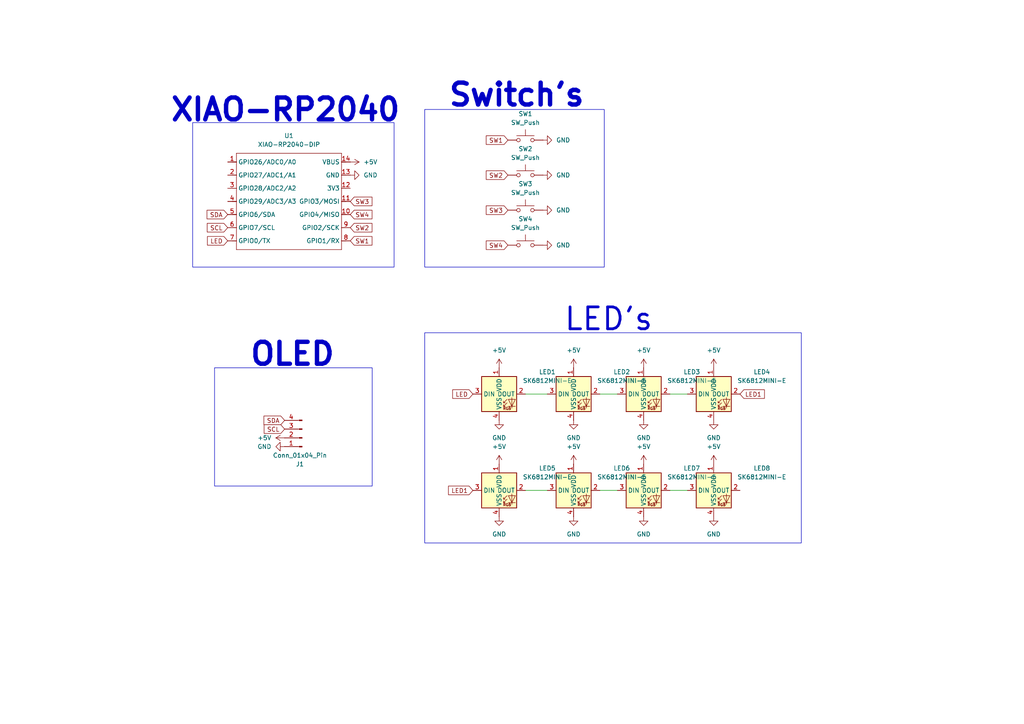
<source format=kicad_sch>
(kicad_sch
	(version 20250114)
	(generator "eeschema")
	(generator_version "9.0")
	(uuid "a6ff42c2-c6e5-4943-8a78-a26679b14e5b")
	(paper "A4")
	(lib_symbols
		(symbol "Connector:Conn_01x04_Pin"
			(pin_names
				(offset 1.016)
				(hide yes)
			)
			(exclude_from_sim no)
			(in_bom yes)
			(on_board yes)
			(property "Reference" "J"
				(at 0 5.08 0)
				(effects
					(font
						(size 1.27 1.27)
					)
				)
			)
			(property "Value" "Conn_01x04_Pin"
				(at 0 -7.62 0)
				(effects
					(font
						(size 1.27 1.27)
					)
				)
			)
			(property "Footprint" ""
				(at 0 0 0)
				(effects
					(font
						(size 1.27 1.27)
					)
					(hide yes)
				)
			)
			(property "Datasheet" "~"
				(at 0 0 0)
				(effects
					(font
						(size 1.27 1.27)
					)
					(hide yes)
				)
			)
			(property "Description" "Generic connector, single row, 01x04, script generated"
				(at 0 0 0)
				(effects
					(font
						(size 1.27 1.27)
					)
					(hide yes)
				)
			)
			(property "ki_locked" ""
				(at 0 0 0)
				(effects
					(font
						(size 1.27 1.27)
					)
				)
			)
			(property "ki_keywords" "connector"
				(at 0 0 0)
				(effects
					(font
						(size 1.27 1.27)
					)
					(hide yes)
				)
			)
			(property "ki_fp_filters" "Connector*:*_1x??_*"
				(at 0 0 0)
				(effects
					(font
						(size 1.27 1.27)
					)
					(hide yes)
				)
			)
			(symbol "Conn_01x04_Pin_1_1"
				(rectangle
					(start 0.8636 2.667)
					(end 0 2.413)
					(stroke
						(width 0.1524)
						(type default)
					)
					(fill
						(type outline)
					)
				)
				(rectangle
					(start 0.8636 0.127)
					(end 0 -0.127)
					(stroke
						(width 0.1524)
						(type default)
					)
					(fill
						(type outline)
					)
				)
				(rectangle
					(start 0.8636 -2.413)
					(end 0 -2.667)
					(stroke
						(width 0.1524)
						(type default)
					)
					(fill
						(type outline)
					)
				)
				(rectangle
					(start 0.8636 -4.953)
					(end 0 -5.207)
					(stroke
						(width 0.1524)
						(type default)
					)
					(fill
						(type outline)
					)
				)
				(polyline
					(pts
						(xy 1.27 2.54) (xy 0.8636 2.54)
					)
					(stroke
						(width 0.1524)
						(type default)
					)
					(fill
						(type none)
					)
				)
				(polyline
					(pts
						(xy 1.27 0) (xy 0.8636 0)
					)
					(stroke
						(width 0.1524)
						(type default)
					)
					(fill
						(type none)
					)
				)
				(polyline
					(pts
						(xy 1.27 -2.54) (xy 0.8636 -2.54)
					)
					(stroke
						(width 0.1524)
						(type default)
					)
					(fill
						(type none)
					)
				)
				(polyline
					(pts
						(xy 1.27 -5.08) (xy 0.8636 -5.08)
					)
					(stroke
						(width 0.1524)
						(type default)
					)
					(fill
						(type none)
					)
				)
				(pin passive line
					(at 5.08 2.54 180)
					(length 3.81)
					(name "Pin_1"
						(effects
							(font
								(size 1.27 1.27)
							)
						)
					)
					(number "1"
						(effects
							(font
								(size 1.27 1.27)
							)
						)
					)
				)
				(pin passive line
					(at 5.08 0 180)
					(length 3.81)
					(name "Pin_2"
						(effects
							(font
								(size 1.27 1.27)
							)
						)
					)
					(number "2"
						(effects
							(font
								(size 1.27 1.27)
							)
						)
					)
				)
				(pin passive line
					(at 5.08 -2.54 180)
					(length 3.81)
					(name "Pin_3"
						(effects
							(font
								(size 1.27 1.27)
							)
						)
					)
					(number "3"
						(effects
							(font
								(size 1.27 1.27)
							)
						)
					)
				)
				(pin passive line
					(at 5.08 -5.08 180)
					(length 3.81)
					(name "Pin_4"
						(effects
							(font
								(size 1.27 1.27)
							)
						)
					)
					(number "4"
						(effects
							(font
								(size 1.27 1.27)
							)
						)
					)
				)
			)
			(embedded_fonts no)
		)
		(symbol "PCM_marbastlib-various:SK6812MINI-E"
			(exclude_from_sim no)
			(in_bom yes)
			(on_board yes)
			(property "Reference" "LED"
				(at 2.54 6.35 0)
				(effects
					(font
						(size 1.27 1.27)
					)
				)
			)
			(property "Value" "SK6812MINI-E"
				(at 7.62 -6.35 0)
				(effects
					(font
						(size 1.27 1.27)
					)
				)
			)
			(property "Footprint" "PCM_marbastlib-various:LED_6028R"
				(at 0 0 0)
				(effects
					(font
						(size 1.27 1.27)
					)
					(hide yes)
				)
			)
			(property "Datasheet" ""
				(at 0 0 0)
				(effects
					(font
						(size 1.27 1.27)
					)
					(hide yes)
				)
			)
			(property "Description" "Reverse mount adressable LED (WS2812 protocol)"
				(at 0 0 0)
				(effects
					(font
						(size 1.27 1.27)
					)
					(hide yes)
				)
			)
			(property "ki_keywords" "reverse mount led revmount rgb"
				(at 0 0 0)
				(effects
					(font
						(size 1.27 1.27)
					)
					(hide yes)
				)
			)
			(symbol "SK6812MINI-E_0_0"
				(text "RGB"
					(at 2.286 -4.191 0)
					(effects
						(font
							(size 0.762 0.762)
						)
					)
				)
			)
			(symbol "SK6812MINI-E_0_1"
				(polyline
					(pts
						(xy 1.27 -2.54) (xy 1.778 -2.54)
					)
					(stroke
						(width 0)
						(type default)
					)
					(fill
						(type none)
					)
				)
				(polyline
					(pts
						(xy 1.27 -3.556) (xy 1.778 -3.556)
					)
					(stroke
						(width 0)
						(type default)
					)
					(fill
						(type none)
					)
				)
				(polyline
					(pts
						(xy 2.286 -1.524) (xy 1.27 -2.54) (xy 1.27 -2.032)
					)
					(stroke
						(width 0)
						(type default)
					)
					(fill
						(type none)
					)
				)
				(polyline
					(pts
						(xy 2.286 -2.54) (xy 1.27 -3.556) (xy 1.27 -3.048)
					)
					(stroke
						(width 0)
						(type default)
					)
					(fill
						(type none)
					)
				)
				(polyline
					(pts
						(xy 3.683 -1.016) (xy 3.683 -3.556) (xy 3.683 -4.064)
					)
					(stroke
						(width 0)
						(type default)
					)
					(fill
						(type none)
					)
				)
				(polyline
					(pts
						(xy 4.699 -1.524) (xy 2.667 -1.524) (xy 3.683 -3.556) (xy 4.699 -1.524)
					)
					(stroke
						(width 0)
						(type default)
					)
					(fill
						(type none)
					)
				)
				(polyline
					(pts
						(xy 4.699 -3.556) (xy 2.667 -3.556)
					)
					(stroke
						(width 0)
						(type default)
					)
					(fill
						(type none)
					)
				)
				(rectangle
					(start 5.08 5.08)
					(end -5.08 -5.08)
					(stroke
						(width 0.254)
						(type default)
					)
					(fill
						(type background)
					)
				)
			)
			(symbol "SK6812MINI-E_1_1"
				(pin input line
					(at -7.62 0 0)
					(length 2.54)
					(name "DIN"
						(effects
							(font
								(size 1.27 1.27)
							)
						)
					)
					(number "3"
						(effects
							(font
								(size 1.27 1.27)
							)
						)
					)
				)
				(pin power_in line
					(at 0 7.62 270)
					(length 2.54)
					(name "VDD"
						(effects
							(font
								(size 1.27 1.27)
							)
						)
					)
					(number "1"
						(effects
							(font
								(size 1.27 1.27)
							)
						)
					)
				)
				(pin power_in line
					(at 0 -7.62 90)
					(length 2.54)
					(name "VSS"
						(effects
							(font
								(size 1.27 1.27)
							)
						)
					)
					(number "4"
						(effects
							(font
								(size 1.27 1.27)
							)
						)
					)
				)
				(pin output line
					(at 7.62 0 180)
					(length 2.54)
					(name "DOUT"
						(effects
							(font
								(size 1.27 1.27)
							)
						)
					)
					(number "2"
						(effects
							(font
								(size 1.27 1.27)
							)
						)
					)
				)
			)
			(embedded_fonts no)
		)
		(symbol "Seeed_Studio_XIAO_Series:XIAO-RP2040-DIP"
			(exclude_from_sim no)
			(in_bom yes)
			(on_board yes)
			(property "Reference" "U"
				(at 0 0 0)
				(effects
					(font
						(size 1.27 1.27)
					)
				)
			)
			(property "Value" "XIAO-RP2040-DIP"
				(at 5.334 -1.778 0)
				(effects
					(font
						(size 1.27 1.27)
					)
				)
			)
			(property "Footprint" "Module:MOUDLE14P-XIAO-DIP-SMD"
				(at 14.478 -32.258 0)
				(effects
					(font
						(size 1.27 1.27)
					)
					(hide yes)
				)
			)
			(property "Datasheet" ""
				(at 0 0 0)
				(effects
					(font
						(size 1.27 1.27)
					)
					(hide yes)
				)
			)
			(property "Description" ""
				(at 0 0 0)
				(effects
					(font
						(size 1.27 1.27)
					)
					(hide yes)
				)
			)
			(symbol "XIAO-RP2040-DIP_1_0"
				(polyline
					(pts
						(xy -1.27 -2.54) (xy 29.21 -2.54)
					)
					(stroke
						(width 0.1524)
						(type solid)
					)
					(fill
						(type none)
					)
				)
				(polyline
					(pts
						(xy -1.27 -5.08) (xy -2.54 -5.08)
					)
					(stroke
						(width 0.1524)
						(type solid)
					)
					(fill
						(type none)
					)
				)
				(polyline
					(pts
						(xy -1.27 -5.08) (xy -1.27 -2.54)
					)
					(stroke
						(width 0.1524)
						(type solid)
					)
					(fill
						(type none)
					)
				)
				(polyline
					(pts
						(xy -1.27 -8.89) (xy -2.54 -8.89)
					)
					(stroke
						(width 0.1524)
						(type solid)
					)
					(fill
						(type none)
					)
				)
				(polyline
					(pts
						(xy -1.27 -8.89) (xy -1.27 -5.08)
					)
					(stroke
						(width 0.1524)
						(type solid)
					)
					(fill
						(type none)
					)
				)
				(polyline
					(pts
						(xy -1.27 -12.7) (xy -2.54 -12.7)
					)
					(stroke
						(width 0.1524)
						(type solid)
					)
					(fill
						(type none)
					)
				)
				(polyline
					(pts
						(xy -1.27 -12.7) (xy -1.27 -8.89)
					)
					(stroke
						(width 0.1524)
						(type solid)
					)
					(fill
						(type none)
					)
				)
				(polyline
					(pts
						(xy -1.27 -16.51) (xy -2.54 -16.51)
					)
					(stroke
						(width 0.1524)
						(type solid)
					)
					(fill
						(type none)
					)
				)
				(polyline
					(pts
						(xy -1.27 -16.51) (xy -1.27 -12.7)
					)
					(stroke
						(width 0.1524)
						(type solid)
					)
					(fill
						(type none)
					)
				)
				(polyline
					(pts
						(xy -1.27 -20.32) (xy -2.54 -20.32)
					)
					(stroke
						(width 0.1524)
						(type solid)
					)
					(fill
						(type none)
					)
				)
				(polyline
					(pts
						(xy -1.27 -24.13) (xy -2.54 -24.13)
					)
					(stroke
						(width 0.1524)
						(type solid)
					)
					(fill
						(type none)
					)
				)
				(polyline
					(pts
						(xy -1.27 -27.94) (xy -2.54 -27.94)
					)
					(stroke
						(width 0.1524)
						(type solid)
					)
					(fill
						(type none)
					)
				)
				(polyline
					(pts
						(xy -1.27 -30.48) (xy -1.27 -16.51)
					)
					(stroke
						(width 0.1524)
						(type solid)
					)
					(fill
						(type none)
					)
				)
				(polyline
					(pts
						(xy 29.21 -2.54) (xy 29.21 -5.08)
					)
					(stroke
						(width 0.1524)
						(type solid)
					)
					(fill
						(type none)
					)
				)
				(polyline
					(pts
						(xy 29.21 -5.08) (xy 29.21 -8.89)
					)
					(stroke
						(width 0.1524)
						(type solid)
					)
					(fill
						(type none)
					)
				)
				(polyline
					(pts
						(xy 29.21 -8.89) (xy 29.21 -12.7)
					)
					(stroke
						(width 0.1524)
						(type solid)
					)
					(fill
						(type none)
					)
				)
				(polyline
					(pts
						(xy 29.21 -12.7) (xy 29.21 -30.48)
					)
					(stroke
						(width 0.1524)
						(type solid)
					)
					(fill
						(type none)
					)
				)
				(polyline
					(pts
						(xy 29.21 -30.48) (xy -1.27 -30.48)
					)
					(stroke
						(width 0.1524)
						(type solid)
					)
					(fill
						(type none)
					)
				)
				(polyline
					(pts
						(xy 30.48 -5.08) (xy 29.21 -5.08)
					)
					(stroke
						(width 0.1524)
						(type solid)
					)
					(fill
						(type none)
					)
				)
				(polyline
					(pts
						(xy 30.48 -8.89) (xy 29.21 -8.89)
					)
					(stroke
						(width 0.1524)
						(type solid)
					)
					(fill
						(type none)
					)
				)
				(polyline
					(pts
						(xy 30.48 -12.7) (xy 29.21 -12.7)
					)
					(stroke
						(width 0.1524)
						(type solid)
					)
					(fill
						(type none)
					)
				)
				(polyline
					(pts
						(xy 30.48 -16.51) (xy 29.21 -16.51)
					)
					(stroke
						(width 0.1524)
						(type solid)
					)
					(fill
						(type none)
					)
				)
				(polyline
					(pts
						(xy 30.48 -20.32) (xy 29.21 -20.32)
					)
					(stroke
						(width 0.1524)
						(type solid)
					)
					(fill
						(type none)
					)
				)
				(polyline
					(pts
						(xy 30.48 -24.13) (xy 29.21 -24.13)
					)
					(stroke
						(width 0.1524)
						(type solid)
					)
					(fill
						(type none)
					)
				)
				(polyline
					(pts
						(xy 30.48 -27.94) (xy 29.21 -27.94)
					)
					(stroke
						(width 0.1524)
						(type solid)
					)
					(fill
						(type none)
					)
				)
				(pin passive line
					(at -3.81 -5.08 0)
					(length 2.54)
					(name "GPIO26/ADC0/A0"
						(effects
							(font
								(size 1.27 1.27)
							)
						)
					)
					(number "1"
						(effects
							(font
								(size 1.27 1.27)
							)
						)
					)
				)
				(pin passive line
					(at -3.81 -8.89 0)
					(length 2.54)
					(name "GPIO27/ADC1/A1"
						(effects
							(font
								(size 1.27 1.27)
							)
						)
					)
					(number "2"
						(effects
							(font
								(size 1.27 1.27)
							)
						)
					)
				)
				(pin passive line
					(at -3.81 -12.7 0)
					(length 2.54)
					(name "GPIO28/ADC2/A2"
						(effects
							(font
								(size 1.27 1.27)
							)
						)
					)
					(number "3"
						(effects
							(font
								(size 1.27 1.27)
							)
						)
					)
				)
				(pin passive line
					(at -3.81 -16.51 0)
					(length 2.54)
					(name "GPIO29/ADC3/A3"
						(effects
							(font
								(size 1.27 1.27)
							)
						)
					)
					(number "4"
						(effects
							(font
								(size 1.27 1.27)
							)
						)
					)
				)
				(pin passive line
					(at -3.81 -20.32 0)
					(length 2.54)
					(name "GPIO6/SDA"
						(effects
							(font
								(size 1.27 1.27)
							)
						)
					)
					(number "5"
						(effects
							(font
								(size 1.27 1.27)
							)
						)
					)
				)
				(pin passive line
					(at -3.81 -24.13 0)
					(length 2.54)
					(name "GPIO7/SCL"
						(effects
							(font
								(size 1.27 1.27)
							)
						)
					)
					(number "6"
						(effects
							(font
								(size 1.27 1.27)
							)
						)
					)
				)
				(pin passive line
					(at -3.81 -27.94 0)
					(length 2.54)
					(name "GPIO0/TX"
						(effects
							(font
								(size 1.27 1.27)
							)
						)
					)
					(number "7"
						(effects
							(font
								(size 1.27 1.27)
							)
						)
					)
				)
				(pin passive line
					(at 31.75 -5.08 180)
					(length 2.54)
					(name "VBUS"
						(effects
							(font
								(size 1.27 1.27)
							)
						)
					)
					(number "14"
						(effects
							(font
								(size 1.27 1.27)
							)
						)
					)
				)
				(pin passive line
					(at 31.75 -8.89 180)
					(length 2.54)
					(name "GND"
						(effects
							(font
								(size 1.27 1.27)
							)
						)
					)
					(number "13"
						(effects
							(font
								(size 1.27 1.27)
							)
						)
					)
				)
				(pin passive line
					(at 31.75 -12.7 180)
					(length 2.54)
					(name "3V3"
						(effects
							(font
								(size 1.27 1.27)
							)
						)
					)
					(number "12"
						(effects
							(font
								(size 1.27 1.27)
							)
						)
					)
				)
				(pin passive line
					(at 31.75 -16.51 180)
					(length 2.54)
					(name "GPIO3/MOSI"
						(effects
							(font
								(size 1.27 1.27)
							)
						)
					)
					(number "11"
						(effects
							(font
								(size 1.27 1.27)
							)
						)
					)
				)
				(pin passive line
					(at 31.75 -20.32 180)
					(length 2.54)
					(name "GPIO4/MISO"
						(effects
							(font
								(size 1.27 1.27)
							)
						)
					)
					(number "10"
						(effects
							(font
								(size 1.27 1.27)
							)
						)
					)
				)
				(pin passive line
					(at 31.75 -24.13 180)
					(length 2.54)
					(name "GPIO2/SCK"
						(effects
							(font
								(size 1.27 1.27)
							)
						)
					)
					(number "9"
						(effects
							(font
								(size 1.27 1.27)
							)
						)
					)
				)
				(pin passive line
					(at 31.75 -27.94 180)
					(length 2.54)
					(name "GPIO1/RX"
						(effects
							(font
								(size 1.27 1.27)
							)
						)
					)
					(number "8"
						(effects
							(font
								(size 1.27 1.27)
							)
						)
					)
				)
			)
			(embedded_fonts no)
		)
		(symbol "Switch:SW_Push"
			(pin_numbers
				(hide yes)
			)
			(pin_names
				(offset 1.016)
				(hide yes)
			)
			(exclude_from_sim no)
			(in_bom yes)
			(on_board yes)
			(property "Reference" "SW"
				(at 1.27 2.54 0)
				(effects
					(font
						(size 1.27 1.27)
					)
					(justify left)
				)
			)
			(property "Value" "SW_Push"
				(at 0 -1.524 0)
				(effects
					(font
						(size 1.27 1.27)
					)
				)
			)
			(property "Footprint" ""
				(at 0 5.08 0)
				(effects
					(font
						(size 1.27 1.27)
					)
					(hide yes)
				)
			)
			(property "Datasheet" "~"
				(at 0 5.08 0)
				(effects
					(font
						(size 1.27 1.27)
					)
					(hide yes)
				)
			)
			(property "Description" "Push button switch, generic, two pins"
				(at 0 0 0)
				(effects
					(font
						(size 1.27 1.27)
					)
					(hide yes)
				)
			)
			(property "ki_keywords" "switch normally-open pushbutton push-button"
				(at 0 0 0)
				(effects
					(font
						(size 1.27 1.27)
					)
					(hide yes)
				)
			)
			(symbol "SW_Push_0_1"
				(circle
					(center -2.032 0)
					(radius 0.508)
					(stroke
						(width 0)
						(type default)
					)
					(fill
						(type none)
					)
				)
				(polyline
					(pts
						(xy 0 1.27) (xy 0 3.048)
					)
					(stroke
						(width 0)
						(type default)
					)
					(fill
						(type none)
					)
				)
				(circle
					(center 2.032 0)
					(radius 0.508)
					(stroke
						(width 0)
						(type default)
					)
					(fill
						(type none)
					)
				)
				(polyline
					(pts
						(xy 2.54 1.27) (xy -2.54 1.27)
					)
					(stroke
						(width 0)
						(type default)
					)
					(fill
						(type none)
					)
				)
				(pin passive line
					(at -5.08 0 0)
					(length 2.54)
					(name "1"
						(effects
							(font
								(size 1.27 1.27)
							)
						)
					)
					(number "1"
						(effects
							(font
								(size 1.27 1.27)
							)
						)
					)
				)
				(pin passive line
					(at 5.08 0 180)
					(length 2.54)
					(name "2"
						(effects
							(font
								(size 1.27 1.27)
							)
						)
					)
					(number "2"
						(effects
							(font
								(size 1.27 1.27)
							)
						)
					)
				)
			)
			(embedded_fonts no)
		)
		(symbol "power:+5V"
			(power)
			(pin_numbers
				(hide yes)
			)
			(pin_names
				(offset 0)
				(hide yes)
			)
			(exclude_from_sim no)
			(in_bom yes)
			(on_board yes)
			(property "Reference" "#PWR"
				(at 0 -3.81 0)
				(effects
					(font
						(size 1.27 1.27)
					)
					(hide yes)
				)
			)
			(property "Value" "+5V"
				(at 0 3.556 0)
				(effects
					(font
						(size 1.27 1.27)
					)
				)
			)
			(property "Footprint" ""
				(at 0 0 0)
				(effects
					(font
						(size 1.27 1.27)
					)
					(hide yes)
				)
			)
			(property "Datasheet" ""
				(at 0 0 0)
				(effects
					(font
						(size 1.27 1.27)
					)
					(hide yes)
				)
			)
			(property "Description" "Power symbol creates a global label with name \"+5V\""
				(at 0 0 0)
				(effects
					(font
						(size 1.27 1.27)
					)
					(hide yes)
				)
			)
			(property "ki_keywords" "global power"
				(at 0 0 0)
				(effects
					(font
						(size 1.27 1.27)
					)
					(hide yes)
				)
			)
			(symbol "+5V_0_1"
				(polyline
					(pts
						(xy -0.762 1.27) (xy 0 2.54)
					)
					(stroke
						(width 0)
						(type default)
					)
					(fill
						(type none)
					)
				)
				(polyline
					(pts
						(xy 0 2.54) (xy 0.762 1.27)
					)
					(stroke
						(width 0)
						(type default)
					)
					(fill
						(type none)
					)
				)
				(polyline
					(pts
						(xy 0 0) (xy 0 2.54)
					)
					(stroke
						(width 0)
						(type default)
					)
					(fill
						(type none)
					)
				)
			)
			(symbol "+5V_1_1"
				(pin power_in line
					(at 0 0 90)
					(length 0)
					(name "~"
						(effects
							(font
								(size 1.27 1.27)
							)
						)
					)
					(number "1"
						(effects
							(font
								(size 1.27 1.27)
							)
						)
					)
				)
			)
			(embedded_fonts no)
		)
		(symbol "power:GND"
			(power)
			(pin_numbers
				(hide yes)
			)
			(pin_names
				(offset 0)
				(hide yes)
			)
			(exclude_from_sim no)
			(in_bom yes)
			(on_board yes)
			(property "Reference" "#PWR"
				(at 0 -6.35 0)
				(effects
					(font
						(size 1.27 1.27)
					)
					(hide yes)
				)
			)
			(property "Value" "GND"
				(at 0 -3.81 0)
				(effects
					(font
						(size 1.27 1.27)
					)
				)
			)
			(property "Footprint" ""
				(at 0 0 0)
				(effects
					(font
						(size 1.27 1.27)
					)
					(hide yes)
				)
			)
			(property "Datasheet" ""
				(at 0 0 0)
				(effects
					(font
						(size 1.27 1.27)
					)
					(hide yes)
				)
			)
			(property "Description" "Power symbol creates a global label with name \"GND\" , ground"
				(at 0 0 0)
				(effects
					(font
						(size 1.27 1.27)
					)
					(hide yes)
				)
			)
			(property "ki_keywords" "global power"
				(at 0 0 0)
				(effects
					(font
						(size 1.27 1.27)
					)
					(hide yes)
				)
			)
			(symbol "GND_0_1"
				(polyline
					(pts
						(xy 0 0) (xy 0 -1.27) (xy 1.27 -1.27) (xy 0 -2.54) (xy -1.27 -1.27) (xy 0 -1.27)
					)
					(stroke
						(width 0)
						(type default)
					)
					(fill
						(type none)
					)
				)
			)
			(symbol "GND_1_1"
				(pin power_in line
					(at 0 0 270)
					(length 0)
					(name "~"
						(effects
							(font
								(size 1.27 1.27)
							)
						)
					)
					(number "1"
						(effects
							(font
								(size 1.27 1.27)
							)
						)
					)
				)
			)
			(embedded_fonts no)
		)
	)
	(rectangle
		(start 123.19 96.52)
		(end 232.41 157.48)
		(stroke
			(width 0)
			(type default)
		)
		(fill
			(type none)
		)
		(uuid 49f5d84e-9882-431a-bc0e-77be570628bb)
	)
	(rectangle
		(start 123.19 31.75)
		(end 175.26 77.47)
		(stroke
			(width 0)
			(type default)
		)
		(fill
			(type none)
		)
		(uuid 839aac07-acb4-4c00-9d88-46ed0f59386c)
	)
	(rectangle
		(start 55.88 35.56)
		(end 114.3 77.47)
		(stroke
			(width 0)
			(type default)
		)
		(fill
			(type none)
		)
		(uuid d7efd4ff-ea8b-4018-89b1-398dab1f872e)
	)
	(rectangle
		(start 62.23 106.68)
		(end 107.95 140.97)
		(stroke
			(width 0)
			(type default)
		)
		(fill
			(type none)
		)
		(uuid df89686b-fe92-4855-be4f-5690726670f2)
	)
	(text "OLED"
		(exclude_from_sim no)
		(at 84.836 102.87 0)
		(effects
			(font
				(size 6.35 6.35)
				(thickness 1.27)
				(bold yes)
			)
		)
		(uuid "5c001e0f-90b5-43d2-8dcc-de0c7611d359")
	)
	(text "XIAO-RP2040\n"
		(exclude_from_sim no)
		(at 82.804 32.004 0)
		(effects
			(font
				(size 6.35 6.35)
				(thickness 1.27)
				(bold yes)
			)
		)
		(uuid "a2684b78-94d2-4f42-928b-df0b9a934721")
	)
	(text "LED's"
		(exclude_from_sim no)
		(at 176.53 92.71 0)
		(effects
			(font
				(size 6.35 6.35)
				(thickness 0.7938)
			)
		)
		(uuid "abb439f6-81f2-4f0d-b476-40f77f13f7ec")
	)
	(text "Switch's"
		(exclude_from_sim no)
		(at 149.86 27.686 0)
		(effects
			(font
				(size 6.35 6.35)
				(thickness 1.27)
				(bold yes)
			)
		)
		(uuid "cd8392b3-8313-4c3d-b167-a78835a87b7e")
	)
	(wire
		(pts
			(xy 173.99 114.3) (xy 179.07 114.3)
		)
		(stroke
			(width 0)
			(type default)
		)
		(uuid "01212395-92f3-4852-baad-49952b24b0b4")
	)
	(wire
		(pts
			(xy 194.31 114.3) (xy 199.39 114.3)
		)
		(stroke
			(width 0)
			(type default)
		)
		(uuid "1344d2f5-e17a-4dbd-af28-92aa3f484c2e")
	)
	(wire
		(pts
			(xy 173.99 142.24) (xy 179.07 142.24)
		)
		(stroke
			(width 0)
			(type default)
		)
		(uuid "1dc53740-6b53-494a-989a-53b7007cc840")
	)
	(wire
		(pts
			(xy 152.4 114.3) (xy 158.75 114.3)
		)
		(stroke
			(width 0)
			(type default)
		)
		(uuid "67f3abb4-9eef-4ef8-bdee-f555ee32d6e6")
	)
	(wire
		(pts
			(xy 152.4 142.24) (xy 158.75 142.24)
		)
		(stroke
			(width 0)
			(type default)
		)
		(uuid "752c1642-e801-40d4-aa19-aaf632267b1d")
	)
	(wire
		(pts
			(xy 194.31 142.24) (xy 199.39 142.24)
		)
		(stroke
			(width 0)
			(type default)
		)
		(uuid "9ea9b972-8c2e-4d02-9e84-d2c122ec3ddb")
	)
	(global_label "SW1"
		(shape input)
		(at 147.32 40.64 180)
		(fields_autoplaced yes)
		(effects
			(font
				(size 1.27 1.27)
			)
			(justify right)
		)
		(uuid "1fb17b55-4de5-443f-9435-50e7a26ea4b1")
		(property "Intersheetrefs" "${INTERSHEET_REFS}"
			(at 140.4644 40.64 0)
			(effects
				(font
					(size 1.27 1.27)
				)
				(justify right)
				(hide yes)
			)
		)
	)
	(global_label "LED1"
		(shape input)
		(at 137.16 142.24 180)
		(fields_autoplaced yes)
		(effects
			(font
				(size 1.27 1.27)
			)
			(justify right)
		)
		(uuid "2aeeade7-db98-403c-9873-6b4d5159f5f0")
		(property "Intersheetrefs" "${INTERSHEET_REFS}"
			(at 129.5182 142.24 0)
			(effects
				(font
					(size 1.27 1.27)
				)
				(justify right)
				(hide yes)
			)
		)
	)
	(global_label "SCL"
		(shape input)
		(at 66.04 66.04 180)
		(fields_autoplaced yes)
		(effects
			(font
				(size 1.27 1.27)
			)
			(justify right)
		)
		(uuid "500ac850-9715-40e1-96d4-1ecc9cefd1f3")
		(property "Intersheetrefs" "${INTERSHEET_REFS}"
			(at 59.5472 66.04 0)
			(effects
				(font
					(size 1.27 1.27)
				)
				(justify right)
				(hide yes)
			)
		)
	)
	(global_label "SDA"
		(shape input)
		(at 82.55 121.92 180)
		(fields_autoplaced yes)
		(effects
			(font
				(size 1.27 1.27)
			)
			(justify right)
		)
		(uuid "5f7da367-4ae6-4f48-9b74-6e9c24d0e2a1")
		(property "Intersheetrefs" "${INTERSHEET_REFS}"
			(at 75.9967 121.92 0)
			(effects
				(font
					(size 1.27 1.27)
				)
				(justify right)
				(hide yes)
			)
		)
	)
	(global_label "LED"
		(shape input)
		(at 66.04 69.85 180)
		(fields_autoplaced yes)
		(effects
			(font
				(size 1.27 1.27)
			)
			(justify right)
		)
		(uuid "6ef7e846-bb9d-4be4-b12b-a5a3b1b8e6b3")
		(property "Intersheetrefs" "${INTERSHEET_REFS}"
			(at 59.6077 69.85 0)
			(effects
				(font
					(size 1.27 1.27)
				)
				(justify right)
				(hide yes)
			)
		)
	)
	(global_label "SW1"
		(shape input)
		(at 101.6 69.85 0)
		(fields_autoplaced yes)
		(effects
			(font
				(size 1.27 1.27)
			)
			(justify left)
		)
		(uuid "74c89579-612c-4774-862a-7fb1189fabad")
		(property "Intersheetrefs" "${INTERSHEET_REFS}"
			(at 108.4556 69.85 0)
			(effects
				(font
					(size 1.27 1.27)
				)
				(justify left)
				(hide yes)
			)
		)
	)
	(global_label "SW2"
		(shape input)
		(at 101.6 66.04 0)
		(fields_autoplaced yes)
		(effects
			(font
				(size 1.27 1.27)
			)
			(justify left)
		)
		(uuid "9148ee9e-bd8a-4569-a722-1acb41e15c80")
		(property "Intersheetrefs" "${INTERSHEET_REFS}"
			(at 108.4556 66.04 0)
			(effects
				(font
					(size 1.27 1.27)
				)
				(justify left)
				(hide yes)
			)
		)
	)
	(global_label "SW4"
		(shape input)
		(at 101.6 62.23 0)
		(fields_autoplaced yes)
		(effects
			(font
				(size 1.27 1.27)
			)
			(justify left)
		)
		(uuid "a73eefc5-19ca-4d5a-9fa6-397d1948729e")
		(property "Intersheetrefs" "${INTERSHEET_REFS}"
			(at 108.4556 62.23 0)
			(effects
				(font
					(size 1.27 1.27)
				)
				(justify left)
				(hide yes)
			)
		)
	)
	(global_label "SCL"
		(shape input)
		(at 82.55 124.46 180)
		(fields_autoplaced yes)
		(effects
			(font
				(size 1.27 1.27)
			)
			(justify right)
		)
		(uuid "adb0621c-ca3a-431c-9740-317f0abe2981")
		(property "Intersheetrefs" "${INTERSHEET_REFS}"
			(at 76.0572 124.46 0)
			(effects
				(font
					(size 1.27 1.27)
				)
				(justify right)
				(hide yes)
			)
		)
	)
	(global_label "SW2"
		(shape input)
		(at 147.32 50.8 180)
		(fields_autoplaced yes)
		(effects
			(font
				(size 1.27 1.27)
			)
			(justify right)
		)
		(uuid "bc1ffe74-7736-4748-93a4-d36adfb704ac")
		(property "Intersheetrefs" "${INTERSHEET_REFS}"
			(at 140.4644 50.8 0)
			(effects
				(font
					(size 1.27 1.27)
				)
				(justify right)
				(hide yes)
			)
		)
	)
	(global_label "SDA"
		(shape input)
		(at 66.04 62.23 180)
		(fields_autoplaced yes)
		(effects
			(font
				(size 1.27 1.27)
			)
			(justify right)
		)
		(uuid "c15f770a-5609-4319-b551-f99cdfe4070a")
		(property "Intersheetrefs" "${INTERSHEET_REFS}"
			(at 59.4867 62.23 0)
			(effects
				(font
					(size 1.27 1.27)
				)
				(justify right)
				(hide yes)
			)
		)
	)
	(global_label "LED"
		(shape input)
		(at 137.16 114.3 180)
		(fields_autoplaced yes)
		(effects
			(font
				(size 1.27 1.27)
			)
			(justify right)
		)
		(uuid "c2bc768f-5f8d-45e3-9397-60545ede761d")
		(property "Intersheetrefs" "${INTERSHEET_REFS}"
			(at 130.7277 114.3 0)
			(effects
				(font
					(size 1.27 1.27)
				)
				(justify right)
				(hide yes)
			)
		)
	)
	(global_label "LED1"
		(shape input)
		(at 214.63 114.3 0)
		(fields_autoplaced yes)
		(effects
			(font
				(size 1.27 1.27)
			)
			(justify left)
		)
		(uuid "df60d499-36d3-47d5-80fa-17a44650dacd")
		(property "Intersheetrefs" "${INTERSHEET_REFS}"
			(at 222.2718 114.3 0)
			(effects
				(font
					(size 1.27 1.27)
				)
				(justify left)
				(hide yes)
			)
		)
	)
	(global_label "SW3"
		(shape input)
		(at 147.32 60.96 180)
		(fields_autoplaced yes)
		(effects
			(font
				(size 1.27 1.27)
			)
			(justify right)
		)
		(uuid "e6f191dd-fe66-49df-afd8-b0b479e7210b")
		(property "Intersheetrefs" "${INTERSHEET_REFS}"
			(at 140.4644 60.96 0)
			(effects
				(font
					(size 1.27 1.27)
				)
				(justify right)
				(hide yes)
			)
		)
	)
	(global_label "SW4"
		(shape input)
		(at 147.32 71.12 180)
		(fields_autoplaced yes)
		(effects
			(font
				(size 1.27 1.27)
			)
			(justify right)
		)
		(uuid "f5e0d0be-baf2-4e48-8d59-ba63e8f03efc")
		(property "Intersheetrefs" "${INTERSHEET_REFS}"
			(at 140.4644 71.12 0)
			(effects
				(font
					(size 1.27 1.27)
				)
				(justify right)
				(hide yes)
			)
		)
	)
	(global_label "SW3"
		(shape input)
		(at 101.6 58.42 0)
		(fields_autoplaced yes)
		(effects
			(font
				(size 1.27 1.27)
			)
			(justify left)
		)
		(uuid "f7e15f85-b8aa-4e8b-b504-635900f78fa8")
		(property "Intersheetrefs" "${INTERSHEET_REFS}"
			(at 108.4556 58.42 0)
			(effects
				(font
					(size 1.27 1.27)
				)
				(justify left)
				(hide yes)
			)
		)
	)
	(symbol
		(lib_id "power:GND")
		(at 186.69 149.86 0)
		(unit 1)
		(exclude_from_sim no)
		(in_bom yes)
		(on_board yes)
		(dnp no)
		(fields_autoplaced yes)
		(uuid "0065126d-1d43-4d18-a93e-18006aac2de5")
		(property "Reference" "#PWR022"
			(at 186.69 156.21 0)
			(effects
				(font
					(size 1.27 1.27)
				)
				(hide yes)
			)
		)
		(property "Value" "GND"
			(at 186.69 154.94 0)
			(effects
				(font
					(size 1.27 1.27)
				)
			)
		)
		(property "Footprint" ""
			(at 186.69 149.86 0)
			(effects
				(font
					(size 1.27 1.27)
				)
				(hide yes)
			)
		)
		(property "Datasheet" ""
			(at 186.69 149.86 0)
			(effects
				(font
					(size 1.27 1.27)
				)
				(hide yes)
			)
		)
		(property "Description" "Power symbol creates a global label with name \"GND\" , ground"
			(at 186.69 149.86 0)
			(effects
				(font
					(size 1.27 1.27)
				)
				(hide yes)
			)
		)
		(pin "1"
			(uuid "5eb187e9-4441-4b3a-ab38-80f0fdbb40db")
		)
		(instances
			(project "ReactionX - Hand-Held Reaction Time Tester"
				(path "/a6ff42c2-c6e5-4943-8a78-a26679b14e5b"
					(reference "#PWR022")
					(unit 1)
				)
			)
		)
	)
	(symbol
		(lib_id "power:GND")
		(at 157.48 40.64 90)
		(unit 1)
		(exclude_from_sim no)
		(in_bom yes)
		(on_board yes)
		(dnp no)
		(fields_autoplaced yes)
		(uuid "024be7cc-564e-4250-9d97-1302e59dda79")
		(property "Reference" "#PWR01"
			(at 163.83 40.64 0)
			(effects
				(font
					(size 1.27 1.27)
				)
				(hide yes)
			)
		)
		(property "Value" "GND"
			(at 161.29 40.6399 90)
			(effects
				(font
					(size 1.27 1.27)
				)
				(justify right)
			)
		)
		(property "Footprint" ""
			(at 157.48 40.64 0)
			(effects
				(font
					(size 1.27 1.27)
				)
				(hide yes)
			)
		)
		(property "Datasheet" ""
			(at 157.48 40.64 0)
			(effects
				(font
					(size 1.27 1.27)
				)
				(hide yes)
			)
		)
		(property "Description" "Power symbol creates a global label with name \"GND\" , ground"
			(at 157.48 40.64 0)
			(effects
				(font
					(size 1.27 1.27)
				)
				(hide yes)
			)
		)
		(pin "1"
			(uuid "0363db3e-05fc-4ac0-9bd2-7deeffd13ea2")
		)
		(instances
			(project "ReactionX - Hand-Held Reaction Time Tester"
				(path "/a6ff42c2-c6e5-4943-8a78-a26679b14e5b"
					(reference "#PWR01")
					(unit 1)
				)
			)
		)
	)
	(symbol
		(lib_id "power:GND")
		(at 166.37 149.86 0)
		(unit 1)
		(exclude_from_sim no)
		(in_bom yes)
		(on_board yes)
		(dnp no)
		(fields_autoplaced yes)
		(uuid "07c8d1ff-944c-4907-be51-8397f4a2f815")
		(property "Reference" "#PWR020"
			(at 166.37 156.21 0)
			(effects
				(font
					(size 1.27 1.27)
				)
				(hide yes)
			)
		)
		(property "Value" "GND"
			(at 166.37 154.94 0)
			(effects
				(font
					(size 1.27 1.27)
				)
			)
		)
		(property "Footprint" ""
			(at 166.37 149.86 0)
			(effects
				(font
					(size 1.27 1.27)
				)
				(hide yes)
			)
		)
		(property "Datasheet" ""
			(at 166.37 149.86 0)
			(effects
				(font
					(size 1.27 1.27)
				)
				(hide yes)
			)
		)
		(property "Description" "Power symbol creates a global label with name \"GND\" , ground"
			(at 166.37 149.86 0)
			(effects
				(font
					(size 1.27 1.27)
				)
				(hide yes)
			)
		)
		(pin "1"
			(uuid "b26d6e55-4b61-4ac5-bd9f-1a4dba1f85cb")
		)
		(instances
			(project "ReactionX - Hand-Held Reaction Time Tester"
				(path "/a6ff42c2-c6e5-4943-8a78-a26679b14e5b"
					(reference "#PWR020")
					(unit 1)
				)
			)
		)
	)
	(symbol
		(lib_id "power:GND")
		(at 157.48 50.8 90)
		(unit 1)
		(exclude_from_sim no)
		(in_bom yes)
		(on_board yes)
		(dnp no)
		(fields_autoplaced yes)
		(uuid "11ff64a3-c578-4b0b-b43c-a459aebb1d17")
		(property "Reference" "#PWR06"
			(at 163.83 50.8 0)
			(effects
				(font
					(size 1.27 1.27)
				)
				(hide yes)
			)
		)
		(property "Value" "GND"
			(at 161.29 50.7999 90)
			(effects
				(font
					(size 1.27 1.27)
				)
				(justify right)
			)
		)
		(property "Footprint" ""
			(at 157.48 50.8 0)
			(effects
				(font
					(size 1.27 1.27)
				)
				(hide yes)
			)
		)
		(property "Datasheet" ""
			(at 157.48 50.8 0)
			(effects
				(font
					(size 1.27 1.27)
				)
				(hide yes)
			)
		)
		(property "Description" "Power symbol creates a global label with name \"GND\" , ground"
			(at 157.48 50.8 0)
			(effects
				(font
					(size 1.27 1.27)
				)
				(hide yes)
			)
		)
		(pin "1"
			(uuid "7f9823a3-335f-4e89-a0f5-8edee05feaac")
		)
		(instances
			(project "ReactionX - Hand-Held Reaction Time Tester"
				(path "/a6ff42c2-c6e5-4943-8a78-a26679b14e5b"
					(reference "#PWR06")
					(unit 1)
				)
			)
		)
	)
	(symbol
		(lib_id "Connector:Conn_01x04_Pin")
		(at 87.63 127 180)
		(unit 1)
		(exclude_from_sim no)
		(in_bom yes)
		(on_board yes)
		(dnp no)
		(fields_autoplaced yes)
		(uuid "1cd5ebe0-2002-4cd4-92cf-e843148f5876")
		(property "Reference" "J1"
			(at 86.995 134.62 0)
			(effects
				(font
					(size 1.27 1.27)
				)
			)
		)
		(property "Value" "Conn_01x04_Pin"
			(at 86.995 132.08 0)
			(effects
				(font
					(size 1.27 1.27)
				)
			)
		)
		(property "Footprint" "OLED:OLED_0.91_128x32"
			(at 87.63 127 0)
			(effects
				(font
					(size 1.27 1.27)
				)
				(hide yes)
			)
		)
		(property "Datasheet" "~"
			(at 87.63 127 0)
			(effects
				(font
					(size 1.27 1.27)
				)
				(hide yes)
			)
		)
		(property "Description" "Generic connector, single row, 01x04, script generated"
			(at 87.63 127 0)
			(effects
				(font
					(size 1.27 1.27)
				)
				(hide yes)
			)
		)
		(pin "1"
			(uuid "1eaa5320-fe09-4643-a510-e1829facbb96")
		)
		(pin "3"
			(uuid "0de97547-68e5-431d-b991-7634e21a05f6")
		)
		(pin "4"
			(uuid "b42f1da1-a409-43a2-b4a2-f434117b39aa")
		)
		(pin "2"
			(uuid "b118f0e8-e8cf-4cf4-b3e1-6c8d9a6ab535")
		)
		(instances
			(project ""
				(path "/a6ff42c2-c6e5-4943-8a78-a26679b14e5b"
					(reference "J1")
					(unit 1)
				)
			)
		)
	)
	(symbol
		(lib_id "power:+5V")
		(at 144.78 134.62 0)
		(unit 1)
		(exclude_from_sim no)
		(in_bom yes)
		(on_board yes)
		(dnp no)
		(fields_autoplaced yes)
		(uuid "2044b31d-e8bf-48c8-9c4f-fb8842c9d2f6")
		(property "Reference" "#PWR017"
			(at 144.78 138.43 0)
			(effects
				(font
					(size 1.27 1.27)
				)
				(hide yes)
			)
		)
		(property "Value" "+5V"
			(at 144.78 129.54 0)
			(effects
				(font
					(size 1.27 1.27)
				)
			)
		)
		(property "Footprint" ""
			(at 144.78 134.62 0)
			(effects
				(font
					(size 1.27 1.27)
				)
				(hide yes)
			)
		)
		(property "Datasheet" ""
			(at 144.78 134.62 0)
			(effects
				(font
					(size 1.27 1.27)
				)
				(hide yes)
			)
		)
		(property "Description" "Power symbol creates a global label with name \"+5V\""
			(at 144.78 134.62 0)
			(effects
				(font
					(size 1.27 1.27)
				)
				(hide yes)
			)
		)
		(pin "1"
			(uuid "f25c6758-7999-4083-ade1-32736cf2a9c7")
		)
		(instances
			(project "ReactionX - Hand-Held Reaction Time Tester"
				(path "/a6ff42c2-c6e5-4943-8a78-a26679b14e5b"
					(reference "#PWR017")
					(unit 1)
				)
			)
		)
	)
	(symbol
		(lib_id "Switch:SW_Push")
		(at 152.4 71.12 0)
		(unit 1)
		(exclude_from_sim no)
		(in_bom yes)
		(on_board yes)
		(dnp no)
		(fields_autoplaced yes)
		(uuid "23cf5fea-85f8-4bc9-bc4b-fa71bb9d6d53")
		(property "Reference" "SW4"
			(at 152.4 63.5 0)
			(effects
				(font
					(size 1.27 1.27)
				)
			)
		)
		(property "Value" "SW_Push"
			(at 152.4 66.04 0)
			(effects
				(font
					(size 1.27 1.27)
				)
			)
		)
		(property "Footprint" "Button_Switch_THT:SW_PUSH_6mm_H7.3mm"
			(at 152.4 66.04 0)
			(effects
				(font
					(size 1.27 1.27)
				)
				(hide yes)
			)
		)
		(property "Datasheet" "~"
			(at 152.4 66.04 0)
			(effects
				(font
					(size 1.27 1.27)
				)
				(hide yes)
			)
		)
		(property "Description" "Push button switch, generic, two pins"
			(at 152.4 71.12 0)
			(effects
				(font
					(size 1.27 1.27)
				)
				(hide yes)
			)
		)
		(pin "1"
			(uuid "0bc2a4c6-87d7-434f-ba55-dc7368603580")
		)
		(pin "2"
			(uuid "2a6da019-ca3a-4596-8a81-9f3f196f1d0a")
		)
		(instances
			(project "ReactionX - Hand-Held Reaction Time Tester"
				(path "/a6ff42c2-c6e5-4943-8a78-a26679b14e5b"
					(reference "SW4")
					(unit 1)
				)
			)
		)
	)
	(symbol
		(lib_id "Switch:SW_Push")
		(at 152.4 50.8 0)
		(unit 1)
		(exclude_from_sim no)
		(in_bom yes)
		(on_board yes)
		(dnp no)
		(fields_autoplaced yes)
		(uuid "24affd83-8480-4e77-b52a-cf85e76f336e")
		(property "Reference" "SW2"
			(at 152.4 43.18 0)
			(effects
				(font
					(size 1.27 1.27)
				)
			)
		)
		(property "Value" "SW_Push"
			(at 152.4 45.72 0)
			(effects
				(font
					(size 1.27 1.27)
				)
			)
		)
		(property "Footprint" "Button_Switch_THT:SW_PUSH_6mm_H7.3mm"
			(at 152.4 45.72 0)
			(effects
				(font
					(size 1.27 1.27)
				)
				(hide yes)
			)
		)
		(property "Datasheet" "~"
			(at 152.4 45.72 0)
			(effects
				(font
					(size 1.27 1.27)
				)
				(hide yes)
			)
		)
		(property "Description" "Push button switch, generic, two pins"
			(at 152.4 50.8 0)
			(effects
				(font
					(size 1.27 1.27)
				)
				(hide yes)
			)
		)
		(pin "1"
			(uuid "a7507b83-94dd-487e-b607-01ffdec91f35")
		)
		(pin "2"
			(uuid "a343845a-88bb-4bd8-b1dc-1a6c96e054f2")
		)
		(instances
			(project "ReactionX - Hand-Held Reaction Time Tester"
				(path "/a6ff42c2-c6e5-4943-8a78-a26679b14e5b"
					(reference "SW2")
					(unit 1)
				)
			)
		)
	)
	(symbol
		(lib_id "power:+5V")
		(at 166.37 106.68 0)
		(unit 1)
		(exclude_from_sim no)
		(in_bom yes)
		(on_board yes)
		(dnp no)
		(fields_autoplaced yes)
		(uuid "25048d86-a5b9-499a-aaab-44f40facc390")
		(property "Reference" "#PWR011"
			(at 166.37 110.49 0)
			(effects
				(font
					(size 1.27 1.27)
				)
				(hide yes)
			)
		)
		(property "Value" "+5V"
			(at 166.37 101.6 0)
			(effects
				(font
					(size 1.27 1.27)
				)
			)
		)
		(property "Footprint" ""
			(at 166.37 106.68 0)
			(effects
				(font
					(size 1.27 1.27)
				)
				(hide yes)
			)
		)
		(property "Datasheet" ""
			(at 166.37 106.68 0)
			(effects
				(font
					(size 1.27 1.27)
				)
				(hide yes)
			)
		)
		(property "Description" "Power symbol creates a global label with name \"+5V\""
			(at 166.37 106.68 0)
			(effects
				(font
					(size 1.27 1.27)
				)
				(hide yes)
			)
		)
		(pin "1"
			(uuid "c2aa60c7-c2fe-424f-89b5-6881ddb373be")
		)
		(instances
			(project "ReactionX - Hand-Held Reaction Time Tester"
				(path "/a6ff42c2-c6e5-4943-8a78-a26679b14e5b"
					(reference "#PWR011")
					(unit 1)
				)
			)
		)
	)
	(symbol
		(lib_id "power:GND")
		(at 101.6 50.8 90)
		(unit 1)
		(exclude_from_sim no)
		(in_bom yes)
		(on_board yes)
		(dnp no)
		(fields_autoplaced yes)
		(uuid "2ed08cea-3928-427e-aee5-a1f8421b0f21")
		(property "Reference" "#PWR02"
			(at 107.95 50.8 0)
			(effects
				(font
					(size 1.27 1.27)
				)
				(hide yes)
			)
		)
		(property "Value" "GND"
			(at 105.41 50.7999 90)
			(effects
				(font
					(size 1.27 1.27)
				)
				(justify right)
			)
		)
		(property "Footprint" ""
			(at 101.6 50.8 0)
			(effects
				(font
					(size 1.27 1.27)
				)
				(hide yes)
			)
		)
		(property "Datasheet" ""
			(at 101.6 50.8 0)
			(effects
				(font
					(size 1.27 1.27)
				)
				(hide yes)
			)
		)
		(property "Description" "Power symbol creates a global label with name \"GND\" , ground"
			(at 101.6 50.8 0)
			(effects
				(font
					(size 1.27 1.27)
				)
				(hide yes)
			)
		)
		(pin "1"
			(uuid "19a9cfb4-3c49-4d90-8047-7c9401f334c4")
		)
		(instances
			(project "ReactionX - Hand-Held Reaction Time Tester"
				(path "/a6ff42c2-c6e5-4943-8a78-a26679b14e5b"
					(reference "#PWR02")
					(unit 1)
				)
			)
		)
	)
	(symbol
		(lib_id "power:+5V")
		(at 186.69 134.62 0)
		(unit 1)
		(exclude_from_sim no)
		(in_bom yes)
		(on_board yes)
		(dnp no)
		(fields_autoplaced yes)
		(uuid "327ce299-1838-479e-97f8-77044c0201df")
		(property "Reference" "#PWR021"
			(at 186.69 138.43 0)
			(effects
				(font
					(size 1.27 1.27)
				)
				(hide yes)
			)
		)
		(property "Value" "+5V"
			(at 186.69 129.54 0)
			(effects
				(font
					(size 1.27 1.27)
				)
			)
		)
		(property "Footprint" ""
			(at 186.69 134.62 0)
			(effects
				(font
					(size 1.27 1.27)
				)
				(hide yes)
			)
		)
		(property "Datasheet" ""
			(at 186.69 134.62 0)
			(effects
				(font
					(size 1.27 1.27)
				)
				(hide yes)
			)
		)
		(property "Description" "Power symbol creates a global label with name \"+5V\""
			(at 186.69 134.62 0)
			(effects
				(font
					(size 1.27 1.27)
				)
				(hide yes)
			)
		)
		(pin "1"
			(uuid "26422fd2-2a58-4798-a797-c69a07460ef2")
		)
		(instances
			(project "ReactionX - Hand-Held Reaction Time Tester"
				(path "/a6ff42c2-c6e5-4943-8a78-a26679b14e5b"
					(reference "#PWR021")
					(unit 1)
				)
			)
		)
	)
	(symbol
		(lib_id "power:GND")
		(at 82.55 129.54 270)
		(unit 1)
		(exclude_from_sim no)
		(in_bom yes)
		(on_board yes)
		(dnp no)
		(fields_autoplaced yes)
		(uuid "3ad41e66-6f49-4592-bbe8-1e3e39784158")
		(property "Reference" "#PWR03"
			(at 76.2 129.54 0)
			(effects
				(font
					(size 1.27 1.27)
				)
				(hide yes)
			)
		)
		(property "Value" "GND"
			(at 78.74 129.5401 90)
			(effects
				(font
					(size 1.27 1.27)
				)
				(justify right)
			)
		)
		(property "Footprint" ""
			(at 82.55 129.54 0)
			(effects
				(font
					(size 1.27 1.27)
				)
				(hide yes)
			)
		)
		(property "Datasheet" ""
			(at 82.55 129.54 0)
			(effects
				(font
					(size 1.27 1.27)
				)
				(hide yes)
			)
		)
		(property "Description" "Power symbol creates a global label with name \"GND\" , ground"
			(at 82.55 129.54 0)
			(effects
				(font
					(size 1.27 1.27)
				)
				(hide yes)
			)
		)
		(pin "1"
			(uuid "f0b51978-ed28-4d00-b907-7561408d1a44")
		)
		(instances
			(project "ReactionX - Hand-Held Reaction Time Tester"
				(path "/a6ff42c2-c6e5-4943-8a78-a26679b14e5b"
					(reference "#PWR03")
					(unit 1)
				)
			)
		)
	)
	(symbol
		(lib_id "Seeed_Studio_XIAO_Series:XIAO-RP2040-DIP")
		(at 69.85 41.91 0)
		(unit 1)
		(exclude_from_sim no)
		(in_bom yes)
		(on_board yes)
		(dnp no)
		(fields_autoplaced yes)
		(uuid "3d81f39b-a470-4d75-b762-a714e1ce11e7")
		(property "Reference" "U1"
			(at 83.82 39.37 0)
			(effects
				(font
					(size 1.27 1.27)
				)
			)
		)
		(property "Value" "XIAO-RP2040-DIP"
			(at 83.82 41.91 0)
			(effects
				(font
					(size 1.27 1.27)
				)
			)
		)
		(property "Footprint" "Seeed Studio XIAO Series Library:XIAO-RP2040-DIP"
			(at 84.328 74.168 0)
			(effects
				(font
					(size 1.27 1.27)
				)
				(hide yes)
			)
		)
		(property "Datasheet" ""
			(at 69.85 41.91 0)
			(effects
				(font
					(size 1.27 1.27)
				)
				(hide yes)
			)
		)
		(property "Description" ""
			(at 69.85 41.91 0)
			(effects
				(font
					(size 1.27 1.27)
				)
				(hide yes)
			)
		)
		(pin "3"
			(uuid "b6bceb62-f1fa-462b-a893-ec00424e568b")
		)
		(pin "2"
			(uuid "47d410ca-6fc0-49e6-a1bc-d730e782ab29")
		)
		(pin "4"
			(uuid "d024aa7a-c903-40db-8c75-3f8d429b1742")
		)
		(pin "5"
			(uuid "efb6ba77-c6e3-4414-a19a-c54f547a0ff3")
		)
		(pin "6"
			(uuid "218212c9-7ec9-466e-9641-ec52d457af36")
		)
		(pin "7"
			(uuid "929ba066-ba9f-4a2b-9c1d-32e5e2e8042e")
		)
		(pin "14"
			(uuid "3d714faa-6c80-4907-bebe-3d287068378e")
		)
		(pin "1"
			(uuid "143913e9-792e-4307-9414-8aa83b1d3e26")
		)
		(pin "13"
			(uuid "bb880556-49bd-40c0-a247-84533c94c552")
		)
		(pin "10"
			(uuid "2b52e612-4042-4d74-9e93-68696fa953bd")
		)
		(pin "12"
			(uuid "8ecdba4d-9793-48dc-a4d6-0e72539c14a7")
		)
		(pin "11"
			(uuid "4a987450-6ace-4ad7-a2ee-04050c23a602")
		)
		(pin "9"
			(uuid "e52cf697-474c-4722-911f-d2f19b2929e3")
		)
		(pin "8"
			(uuid "046d58a3-5931-449f-84bf-cb934565f61f")
		)
		(instances
			(project ""
				(path "/a6ff42c2-c6e5-4943-8a78-a26679b14e5b"
					(reference "U1")
					(unit 1)
				)
			)
		)
	)
	(symbol
		(lib_id "PCM_marbastlib-various:SK6812MINI-E")
		(at 186.69 142.24 0)
		(unit 1)
		(exclude_from_sim no)
		(in_bom yes)
		(on_board yes)
		(dnp no)
		(fields_autoplaced yes)
		(uuid "3f5ca02d-1eae-42d8-9261-2cf9c144702a")
		(property "Reference" "LED7"
			(at 200.66 135.8198 0)
			(effects
				(font
					(size 1.27 1.27)
				)
			)
		)
		(property "Value" "SK6812MINI-E"
			(at 200.66 138.3598 0)
			(effects
				(font
					(size 1.27 1.27)
				)
			)
		)
		(property "Footprint" "PCM_marbastlib-various:LED_6028R"
			(at 186.69 142.24 0)
			(effects
				(font
					(size 1.27 1.27)
				)
				(hide yes)
			)
		)
		(property "Datasheet" ""
			(at 186.69 142.24 0)
			(effects
				(font
					(size 1.27 1.27)
				)
				(hide yes)
			)
		)
		(property "Description" "Reverse mount adressable LED (WS2812 protocol)"
			(at 186.69 142.24 0)
			(effects
				(font
					(size 1.27 1.27)
				)
				(hide yes)
			)
		)
		(pin "2"
			(uuid "484f4b7f-fc72-469c-817e-24464c9db866")
		)
		(pin "3"
			(uuid "5da2fb9f-6b2e-4ec0-b9c8-b89a64cb4a27")
		)
		(pin "1"
			(uuid "db1d3b7d-82e0-4d3a-aefb-3e5cb7fc4c57")
		)
		(pin "4"
			(uuid "83100758-b58c-4f27-87cc-69791bc88f0b")
		)
		(instances
			(project "ReactionX - Hand-Held Reaction Time Tester"
				(path "/a6ff42c2-c6e5-4943-8a78-a26679b14e5b"
					(reference "LED7")
					(unit 1)
				)
			)
		)
	)
	(symbol
		(lib_id "power:+5V")
		(at 166.37 134.62 0)
		(unit 1)
		(exclude_from_sim no)
		(in_bom yes)
		(on_board yes)
		(dnp no)
		(fields_autoplaced yes)
		(uuid "3fd4e1fa-efe1-4d62-8ad9-32ab3524c00e")
		(property "Reference" "#PWR019"
			(at 166.37 138.43 0)
			(effects
				(font
					(size 1.27 1.27)
				)
				(hide yes)
			)
		)
		(property "Value" "+5V"
			(at 166.37 129.54 0)
			(effects
				(font
					(size 1.27 1.27)
				)
			)
		)
		(property "Footprint" ""
			(at 166.37 134.62 0)
			(effects
				(font
					(size 1.27 1.27)
				)
				(hide yes)
			)
		)
		(property "Datasheet" ""
			(at 166.37 134.62 0)
			(effects
				(font
					(size 1.27 1.27)
				)
				(hide yes)
			)
		)
		(property "Description" "Power symbol creates a global label with name \"+5V\""
			(at 166.37 134.62 0)
			(effects
				(font
					(size 1.27 1.27)
				)
				(hide yes)
			)
		)
		(pin "1"
			(uuid "5a89a61c-c5e9-45ac-b7ae-8e8b0145315f")
		)
		(instances
			(project "ReactionX - Hand-Held Reaction Time Tester"
				(path "/a6ff42c2-c6e5-4943-8a78-a26679b14e5b"
					(reference "#PWR019")
					(unit 1)
				)
			)
		)
	)
	(symbol
		(lib_id "power:GND")
		(at 186.69 121.92 0)
		(unit 1)
		(exclude_from_sim no)
		(in_bom yes)
		(on_board yes)
		(dnp no)
		(fields_autoplaced yes)
		(uuid "4d26866b-a516-4a33-a033-5ebf7fc0c47f")
		(property "Reference" "#PWR014"
			(at 186.69 128.27 0)
			(effects
				(font
					(size 1.27 1.27)
				)
				(hide yes)
			)
		)
		(property "Value" "GND"
			(at 186.69 127 0)
			(effects
				(font
					(size 1.27 1.27)
				)
			)
		)
		(property "Footprint" ""
			(at 186.69 121.92 0)
			(effects
				(font
					(size 1.27 1.27)
				)
				(hide yes)
			)
		)
		(property "Datasheet" ""
			(at 186.69 121.92 0)
			(effects
				(font
					(size 1.27 1.27)
				)
				(hide yes)
			)
		)
		(property "Description" "Power symbol creates a global label with name \"GND\" , ground"
			(at 186.69 121.92 0)
			(effects
				(font
					(size 1.27 1.27)
				)
				(hide yes)
			)
		)
		(pin "1"
			(uuid "2a8537fc-c55b-4f1b-8a86-3b5bde08391a")
		)
		(instances
			(project "ReactionX - Hand-Held Reaction Time Tester"
				(path "/a6ff42c2-c6e5-4943-8a78-a26679b14e5b"
					(reference "#PWR014")
					(unit 1)
				)
			)
		)
	)
	(symbol
		(lib_id "power:+5V")
		(at 207.01 106.68 0)
		(unit 1)
		(exclude_from_sim no)
		(in_bom yes)
		(on_board yes)
		(dnp no)
		(fields_autoplaced yes)
		(uuid "5ac33daa-0bb9-4af7-b50e-e5d95b03a15b")
		(property "Reference" "#PWR015"
			(at 207.01 110.49 0)
			(effects
				(font
					(size 1.27 1.27)
				)
				(hide yes)
			)
		)
		(property "Value" "+5V"
			(at 207.01 101.6 0)
			(effects
				(font
					(size 1.27 1.27)
				)
			)
		)
		(property "Footprint" ""
			(at 207.01 106.68 0)
			(effects
				(font
					(size 1.27 1.27)
				)
				(hide yes)
			)
		)
		(property "Datasheet" ""
			(at 207.01 106.68 0)
			(effects
				(font
					(size 1.27 1.27)
				)
				(hide yes)
			)
		)
		(property "Description" "Power symbol creates a global label with name \"+5V\""
			(at 207.01 106.68 0)
			(effects
				(font
					(size 1.27 1.27)
				)
				(hide yes)
			)
		)
		(pin "1"
			(uuid "ef0262f5-00a0-454b-9cfe-a544a5e55bdf")
		)
		(instances
			(project "ReactionX - Hand-Held Reaction Time Tester"
				(path "/a6ff42c2-c6e5-4943-8a78-a26679b14e5b"
					(reference "#PWR015")
					(unit 1)
				)
			)
		)
	)
	(symbol
		(lib_id "PCM_marbastlib-various:SK6812MINI-E")
		(at 166.37 114.3 0)
		(unit 1)
		(exclude_from_sim no)
		(in_bom yes)
		(on_board yes)
		(dnp no)
		(fields_autoplaced yes)
		(uuid "5bfb6629-1e00-4577-ace3-03c83631477a")
		(property "Reference" "LED2"
			(at 180.34 107.8798 0)
			(effects
				(font
					(size 1.27 1.27)
				)
			)
		)
		(property "Value" "SK6812MINI-E"
			(at 180.34 110.4198 0)
			(effects
				(font
					(size 1.27 1.27)
				)
			)
		)
		(property "Footprint" "PCM_marbastlib-various:LED_6028R"
			(at 166.37 114.3 0)
			(effects
				(font
					(size 1.27 1.27)
				)
				(hide yes)
			)
		)
		(property "Datasheet" ""
			(at 166.37 114.3 0)
			(effects
				(font
					(size 1.27 1.27)
				)
				(hide yes)
			)
		)
		(property "Description" "Reverse mount adressable LED (WS2812 protocol)"
			(at 166.37 114.3 0)
			(effects
				(font
					(size 1.27 1.27)
				)
				(hide yes)
			)
		)
		(pin "2"
			(uuid "e7447787-86f3-4136-96c8-654c926c6654")
		)
		(pin "3"
			(uuid "5474ac62-f34f-4316-8ffd-2a6fce787e6b")
		)
		(pin "1"
			(uuid "1b3fe6ae-7263-45be-a6a0-0538ed7df8bd")
		)
		(pin "4"
			(uuid "8c51c8c6-67b0-4465-95d1-ba4029d2deb7")
		)
		(instances
			(project "ReactionX - Hand-Held Reaction Time Tester"
				(path "/a6ff42c2-c6e5-4943-8a78-a26679b14e5b"
					(reference "LED2")
					(unit 1)
				)
			)
		)
	)
	(symbol
		(lib_id "power:GND")
		(at 157.48 60.96 90)
		(unit 1)
		(exclude_from_sim no)
		(in_bom yes)
		(on_board yes)
		(dnp no)
		(fields_autoplaced yes)
		(uuid "69429dad-caf1-41b7-96c5-56eb074c4e4b")
		(property "Reference" "#PWR07"
			(at 163.83 60.96 0)
			(effects
				(font
					(size 1.27 1.27)
				)
				(hide yes)
			)
		)
		(property "Value" "GND"
			(at 161.29 60.9599 90)
			(effects
				(font
					(size 1.27 1.27)
				)
				(justify right)
			)
		)
		(property "Footprint" ""
			(at 157.48 60.96 0)
			(effects
				(font
					(size 1.27 1.27)
				)
				(hide yes)
			)
		)
		(property "Datasheet" ""
			(at 157.48 60.96 0)
			(effects
				(font
					(size 1.27 1.27)
				)
				(hide yes)
			)
		)
		(property "Description" "Power symbol creates a global label with name \"GND\" , ground"
			(at 157.48 60.96 0)
			(effects
				(font
					(size 1.27 1.27)
				)
				(hide yes)
			)
		)
		(pin "1"
			(uuid "888a53c8-8c89-49e6-94f4-1872bbb24a30")
		)
		(instances
			(project "ReactionX - Hand-Held Reaction Time Tester"
				(path "/a6ff42c2-c6e5-4943-8a78-a26679b14e5b"
					(reference "#PWR07")
					(unit 1)
				)
			)
		)
	)
	(symbol
		(lib_id "power:+5V")
		(at 207.01 134.62 0)
		(unit 1)
		(exclude_from_sim no)
		(in_bom yes)
		(on_board yes)
		(dnp no)
		(fields_autoplaced yes)
		(uuid "6ceae773-6130-4f6c-9226-65082008fe0b")
		(property "Reference" "#PWR023"
			(at 207.01 138.43 0)
			(effects
				(font
					(size 1.27 1.27)
				)
				(hide yes)
			)
		)
		(property "Value" "+5V"
			(at 207.01 129.54 0)
			(effects
				(font
					(size 1.27 1.27)
				)
			)
		)
		(property "Footprint" ""
			(at 207.01 134.62 0)
			(effects
				(font
					(size 1.27 1.27)
				)
				(hide yes)
			)
		)
		(property "Datasheet" ""
			(at 207.01 134.62 0)
			(effects
				(font
					(size 1.27 1.27)
				)
				(hide yes)
			)
		)
		(property "Description" "Power symbol creates a global label with name \"+5V\""
			(at 207.01 134.62 0)
			(effects
				(font
					(size 1.27 1.27)
				)
				(hide yes)
			)
		)
		(pin "1"
			(uuid "cc768ff9-cbfb-498a-b614-5f6fa97f7855")
		)
		(instances
			(project "ReactionX - Hand-Held Reaction Time Tester"
				(path "/a6ff42c2-c6e5-4943-8a78-a26679b14e5b"
					(reference "#PWR023")
					(unit 1)
				)
			)
		)
	)
	(symbol
		(lib_id "PCM_marbastlib-various:SK6812MINI-E")
		(at 144.78 114.3 0)
		(unit 1)
		(exclude_from_sim no)
		(in_bom yes)
		(on_board yes)
		(dnp no)
		(fields_autoplaced yes)
		(uuid "76bf8cf4-82d0-4602-af0a-1a734320230a")
		(property "Reference" "LED1"
			(at 158.75 107.8798 0)
			(effects
				(font
					(size 1.27 1.27)
				)
			)
		)
		(property "Value" "SK6812MINI-E"
			(at 158.75 110.4198 0)
			(effects
				(font
					(size 1.27 1.27)
				)
			)
		)
		(property "Footprint" "PCM_marbastlib-various:LED_6028R"
			(at 144.78 114.3 0)
			(effects
				(font
					(size 1.27 1.27)
				)
				(hide yes)
			)
		)
		(property "Datasheet" ""
			(at 144.78 114.3 0)
			(effects
				(font
					(size 1.27 1.27)
				)
				(hide yes)
			)
		)
		(property "Description" "Reverse mount adressable LED (WS2812 protocol)"
			(at 144.78 114.3 0)
			(effects
				(font
					(size 1.27 1.27)
				)
				(hide yes)
			)
		)
		(pin "2"
			(uuid "c51a8475-f010-4772-a8bc-27b61455f1a4")
		)
		(pin "3"
			(uuid "8722b764-f2a5-4bc4-8d91-4494490db3d1")
		)
		(pin "1"
			(uuid "f106b29e-40bd-43f8-947f-cd683de3140f")
		)
		(pin "4"
			(uuid "d1af2843-c821-4055-91d1-40d28424b19e")
		)
		(instances
			(project ""
				(path "/a6ff42c2-c6e5-4943-8a78-a26679b14e5b"
					(reference "LED1")
					(unit 1)
				)
			)
		)
	)
	(symbol
		(lib_id "power:+5V")
		(at 82.55 127 90)
		(unit 1)
		(exclude_from_sim no)
		(in_bom yes)
		(on_board yes)
		(dnp no)
		(fields_autoplaced yes)
		(uuid "7774e91b-8441-4f66-88c8-0e98d58d2157")
		(property "Reference" "#PWR04"
			(at 86.36 127 0)
			(effects
				(font
					(size 1.27 1.27)
				)
				(hide yes)
			)
		)
		(property "Value" "+5V"
			(at 78.74 126.9999 90)
			(effects
				(font
					(size 1.27 1.27)
				)
				(justify left)
			)
		)
		(property "Footprint" ""
			(at 82.55 127 0)
			(effects
				(font
					(size 1.27 1.27)
				)
				(hide yes)
			)
		)
		(property "Datasheet" ""
			(at 82.55 127 0)
			(effects
				(font
					(size 1.27 1.27)
				)
				(hide yes)
			)
		)
		(property "Description" "Power symbol creates a global label with name \"+5V\""
			(at 82.55 127 0)
			(effects
				(font
					(size 1.27 1.27)
				)
				(hide yes)
			)
		)
		(pin "1"
			(uuid "79693fed-c5ee-41d1-9b82-115a7736755b")
		)
		(instances
			(project "ReactionX - Hand-Held Reaction Time Tester"
				(path "/a6ff42c2-c6e5-4943-8a78-a26679b14e5b"
					(reference "#PWR04")
					(unit 1)
				)
			)
		)
	)
	(symbol
		(lib_id "PCM_marbastlib-various:SK6812MINI-E")
		(at 186.69 114.3 0)
		(unit 1)
		(exclude_from_sim no)
		(in_bom yes)
		(on_board yes)
		(dnp no)
		(fields_autoplaced yes)
		(uuid "8d1e9ea2-f89c-4ca6-bf33-ae25a58196f9")
		(property "Reference" "LED3"
			(at 200.66 107.8798 0)
			(effects
				(font
					(size 1.27 1.27)
				)
			)
		)
		(property "Value" "SK6812MINI-E"
			(at 200.66 110.4198 0)
			(effects
				(font
					(size 1.27 1.27)
				)
			)
		)
		(property "Footprint" "PCM_marbastlib-various:LED_6028R"
			(at 186.69 114.3 0)
			(effects
				(font
					(size 1.27 1.27)
				)
				(hide yes)
			)
		)
		(property "Datasheet" ""
			(at 186.69 114.3 0)
			(effects
				(font
					(size 1.27 1.27)
				)
				(hide yes)
			)
		)
		(property "Description" "Reverse mount adressable LED (WS2812 protocol)"
			(at 186.69 114.3 0)
			(effects
				(font
					(size 1.27 1.27)
				)
				(hide yes)
			)
		)
		(pin "2"
			(uuid "5502be94-03bf-41ef-b69a-e8b6354aa5e2")
		)
		(pin "3"
			(uuid "78bb8806-a8ee-4b54-8fe6-8ad3c8a63f66")
		)
		(pin "1"
			(uuid "3d7df158-7c3b-48c2-8b05-c4af8db5896e")
		)
		(pin "4"
			(uuid "0ae796f5-42cf-48de-b904-170ea5e04f2a")
		)
		(instances
			(project "ReactionX - Hand-Held Reaction Time Tester"
				(path "/a6ff42c2-c6e5-4943-8a78-a26679b14e5b"
					(reference "LED3")
					(unit 1)
				)
			)
		)
	)
	(symbol
		(lib_id "power:GND")
		(at 144.78 121.92 0)
		(unit 1)
		(exclude_from_sim no)
		(in_bom yes)
		(on_board yes)
		(dnp no)
		(fields_autoplaced yes)
		(uuid "9adfc3d7-c691-4d86-95ad-85027cc1f84e")
		(property "Reference" "#PWR09"
			(at 144.78 128.27 0)
			(effects
				(font
					(size 1.27 1.27)
				)
				(hide yes)
			)
		)
		(property "Value" "GND"
			(at 144.78 127 0)
			(effects
				(font
					(size 1.27 1.27)
				)
			)
		)
		(property "Footprint" ""
			(at 144.78 121.92 0)
			(effects
				(font
					(size 1.27 1.27)
				)
				(hide yes)
			)
		)
		(property "Datasheet" ""
			(at 144.78 121.92 0)
			(effects
				(font
					(size 1.27 1.27)
				)
				(hide yes)
			)
		)
		(property "Description" "Power symbol creates a global label with name \"GND\" , ground"
			(at 144.78 121.92 0)
			(effects
				(font
					(size 1.27 1.27)
				)
				(hide yes)
			)
		)
		(pin "1"
			(uuid "a8bf917f-ceb5-4818-ac56-ffd4f0e8caa7")
		)
		(instances
			(project "ReactionX - Hand-Held Reaction Time Tester"
				(path "/a6ff42c2-c6e5-4943-8a78-a26679b14e5b"
					(reference "#PWR09")
					(unit 1)
				)
			)
		)
	)
	(symbol
		(lib_id "power:+5V")
		(at 144.78 106.68 0)
		(unit 1)
		(exclude_from_sim no)
		(in_bom yes)
		(on_board yes)
		(dnp no)
		(fields_autoplaced yes)
		(uuid "a78fe3b9-1294-421b-b2f6-caf3b270af91")
		(property "Reference" "#PWR010"
			(at 144.78 110.49 0)
			(effects
				(font
					(size 1.27 1.27)
				)
				(hide yes)
			)
		)
		(property "Value" "+5V"
			(at 144.78 101.6 0)
			(effects
				(font
					(size 1.27 1.27)
				)
			)
		)
		(property "Footprint" ""
			(at 144.78 106.68 0)
			(effects
				(font
					(size 1.27 1.27)
				)
				(hide yes)
			)
		)
		(property "Datasheet" ""
			(at 144.78 106.68 0)
			(effects
				(font
					(size 1.27 1.27)
				)
				(hide yes)
			)
		)
		(property "Description" "Power symbol creates a global label with name \"+5V\""
			(at 144.78 106.68 0)
			(effects
				(font
					(size 1.27 1.27)
				)
				(hide yes)
			)
		)
		(pin "1"
			(uuid "0eb8963d-925b-424c-9991-7db80f7e7a3f")
		)
		(instances
			(project "ReactionX - Hand-Held Reaction Time Tester"
				(path "/a6ff42c2-c6e5-4943-8a78-a26679b14e5b"
					(reference "#PWR010")
					(unit 1)
				)
			)
		)
	)
	(symbol
		(lib_id "PCM_marbastlib-various:SK6812MINI-E")
		(at 207.01 142.24 0)
		(unit 1)
		(exclude_from_sim no)
		(in_bom yes)
		(on_board yes)
		(dnp no)
		(fields_autoplaced yes)
		(uuid "aba6a5c4-bba5-4c91-b438-453734276fc3")
		(property "Reference" "LED8"
			(at 220.98 135.8198 0)
			(effects
				(font
					(size 1.27 1.27)
				)
			)
		)
		(property "Value" "SK6812MINI-E"
			(at 220.98 138.3598 0)
			(effects
				(font
					(size 1.27 1.27)
				)
			)
		)
		(property "Footprint" "PCM_marbastlib-various:LED_6028R"
			(at 207.01 142.24 0)
			(effects
				(font
					(size 1.27 1.27)
				)
				(hide yes)
			)
		)
		(property "Datasheet" ""
			(at 207.01 142.24 0)
			(effects
				(font
					(size 1.27 1.27)
				)
				(hide yes)
			)
		)
		(property "Description" "Reverse mount adressable LED (WS2812 protocol)"
			(at 207.01 142.24 0)
			(effects
				(font
					(size 1.27 1.27)
				)
				(hide yes)
			)
		)
		(pin "2"
			(uuid "eec1f91b-bf04-4990-88e9-9b9b0aa5d6c3")
		)
		(pin "3"
			(uuid "22f0c82e-9aeb-4e42-8229-aa61f3459adb")
		)
		(pin "1"
			(uuid "4af2b07c-3265-4a61-b624-692d5e06385a")
		)
		(pin "4"
			(uuid "2ae1fef9-d5b1-4f76-927c-9ba6537d81fc")
		)
		(instances
			(project "ReactionX - Hand-Held Reaction Time Tester"
				(path "/a6ff42c2-c6e5-4943-8a78-a26679b14e5b"
					(reference "LED8")
					(unit 1)
				)
			)
		)
	)
	(symbol
		(lib_id "PCM_marbastlib-various:SK6812MINI-E")
		(at 166.37 142.24 0)
		(unit 1)
		(exclude_from_sim no)
		(in_bom yes)
		(on_board yes)
		(dnp no)
		(fields_autoplaced yes)
		(uuid "b2a3bb9c-963d-42ed-87ca-81180f633c3c")
		(property "Reference" "LED6"
			(at 180.34 135.8198 0)
			(effects
				(font
					(size 1.27 1.27)
				)
			)
		)
		(property "Value" "SK6812MINI-E"
			(at 180.34 138.3598 0)
			(effects
				(font
					(size 1.27 1.27)
				)
			)
		)
		(property "Footprint" "PCM_marbastlib-various:LED_6028R"
			(at 166.37 142.24 0)
			(effects
				(font
					(size 1.27 1.27)
				)
				(hide yes)
			)
		)
		(property "Datasheet" ""
			(at 166.37 142.24 0)
			(effects
				(font
					(size 1.27 1.27)
				)
				(hide yes)
			)
		)
		(property "Description" "Reverse mount adressable LED (WS2812 protocol)"
			(at 166.37 142.24 0)
			(effects
				(font
					(size 1.27 1.27)
				)
				(hide yes)
			)
		)
		(pin "2"
			(uuid "38ef9f80-07f0-4da2-9f93-cf9e90afde4e")
		)
		(pin "3"
			(uuid "8f29245e-ac72-421c-802a-98e41820dc8c")
		)
		(pin "1"
			(uuid "0b07c24a-df40-4151-9ff9-884523ad4185")
		)
		(pin "4"
			(uuid "7f91bb4b-785e-47eb-b25b-2d7935a65816")
		)
		(instances
			(project "ReactionX - Hand-Held Reaction Time Tester"
				(path "/a6ff42c2-c6e5-4943-8a78-a26679b14e5b"
					(reference "LED6")
					(unit 1)
				)
			)
		)
	)
	(symbol
		(lib_id "power:GND")
		(at 166.37 121.92 0)
		(unit 1)
		(exclude_from_sim no)
		(in_bom yes)
		(on_board yes)
		(dnp no)
		(fields_autoplaced yes)
		(uuid "bc54a7ad-cbb6-48d0-8bed-e0171a801d6d")
		(property "Reference" "#PWR012"
			(at 166.37 128.27 0)
			(effects
				(font
					(size 1.27 1.27)
				)
				(hide yes)
			)
		)
		(property "Value" "GND"
			(at 166.37 127 0)
			(effects
				(font
					(size 1.27 1.27)
				)
			)
		)
		(property "Footprint" ""
			(at 166.37 121.92 0)
			(effects
				(font
					(size 1.27 1.27)
				)
				(hide yes)
			)
		)
		(property "Datasheet" ""
			(at 166.37 121.92 0)
			(effects
				(font
					(size 1.27 1.27)
				)
				(hide yes)
			)
		)
		(property "Description" "Power symbol creates a global label with name \"GND\" , ground"
			(at 166.37 121.92 0)
			(effects
				(font
					(size 1.27 1.27)
				)
				(hide yes)
			)
		)
		(pin "1"
			(uuid "ed948469-8a50-437f-8931-77cc40fdce54")
		)
		(instances
			(project "ReactionX - Hand-Held Reaction Time Tester"
				(path "/a6ff42c2-c6e5-4943-8a78-a26679b14e5b"
					(reference "#PWR012")
					(unit 1)
				)
			)
		)
	)
	(symbol
		(lib_id "power:GND")
		(at 157.48 71.12 90)
		(unit 1)
		(exclude_from_sim no)
		(in_bom yes)
		(on_board yes)
		(dnp no)
		(fields_autoplaced yes)
		(uuid "bebcc61d-1edb-4a98-865d-f13fcb03bacd")
		(property "Reference" "#PWR08"
			(at 163.83 71.12 0)
			(effects
				(font
					(size 1.27 1.27)
				)
				(hide yes)
			)
		)
		(property "Value" "GND"
			(at 161.29 71.1199 90)
			(effects
				(font
					(size 1.27 1.27)
				)
				(justify right)
			)
		)
		(property "Footprint" ""
			(at 157.48 71.12 0)
			(effects
				(font
					(size 1.27 1.27)
				)
				(hide yes)
			)
		)
		(property "Datasheet" ""
			(at 157.48 71.12 0)
			(effects
				(font
					(size 1.27 1.27)
				)
				(hide yes)
			)
		)
		(property "Description" "Power symbol creates a global label with name \"GND\" , ground"
			(at 157.48 71.12 0)
			(effects
				(font
					(size 1.27 1.27)
				)
				(hide yes)
			)
		)
		(pin "1"
			(uuid "da3bbce2-7f76-4695-8cbf-42007154c7eb")
		)
		(instances
			(project "ReactionX - Hand-Held Reaction Time Tester"
				(path "/a6ff42c2-c6e5-4943-8a78-a26679b14e5b"
					(reference "#PWR08")
					(unit 1)
				)
			)
		)
	)
	(symbol
		(lib_id "power:+5V")
		(at 101.6 46.99 270)
		(unit 1)
		(exclude_from_sim no)
		(in_bom yes)
		(on_board yes)
		(dnp no)
		(fields_autoplaced yes)
		(uuid "c3c05e10-78cc-486e-b1c3-bde4ab7469c9")
		(property "Reference" "#PWR05"
			(at 97.79 46.99 0)
			(effects
				(font
					(size 1.27 1.27)
				)
				(hide yes)
			)
		)
		(property "Value" "+5V"
			(at 105.41 46.9899 90)
			(effects
				(font
					(size 1.27 1.27)
				)
				(justify left)
			)
		)
		(property "Footprint" ""
			(at 101.6 46.99 0)
			(effects
				(font
					(size 1.27 1.27)
				)
				(hide yes)
			)
		)
		(property "Datasheet" ""
			(at 101.6 46.99 0)
			(effects
				(font
					(size 1.27 1.27)
				)
				(hide yes)
			)
		)
		(property "Description" "Power symbol creates a global label with name \"+5V\""
			(at 101.6 46.99 0)
			(effects
				(font
					(size 1.27 1.27)
				)
				(hide yes)
			)
		)
		(pin "1"
			(uuid "86f80d32-ad58-4516-be7d-1a49879fa7eb")
		)
		(instances
			(project "ReactionX - Hand-Held Reaction Time Tester"
				(path "/a6ff42c2-c6e5-4943-8a78-a26679b14e5b"
					(reference "#PWR05")
					(unit 1)
				)
			)
		)
	)
	(symbol
		(lib_id "PCM_marbastlib-various:SK6812MINI-E")
		(at 144.78 142.24 0)
		(unit 1)
		(exclude_from_sim no)
		(in_bom yes)
		(on_board yes)
		(dnp no)
		(fields_autoplaced yes)
		(uuid "c6ad0e03-25ed-454a-bb05-3d19ee4ae6c1")
		(property "Reference" "LED5"
			(at 158.75 135.8198 0)
			(effects
				(font
					(size 1.27 1.27)
				)
			)
		)
		(property "Value" "SK6812MINI-E"
			(at 158.75 138.3598 0)
			(effects
				(font
					(size 1.27 1.27)
				)
			)
		)
		(property "Footprint" "PCM_marbastlib-various:LED_6028R"
			(at 144.78 142.24 0)
			(effects
				(font
					(size 1.27 1.27)
				)
				(hide yes)
			)
		)
		(property "Datasheet" ""
			(at 144.78 142.24 0)
			(effects
				(font
					(size 1.27 1.27)
				)
				(hide yes)
			)
		)
		(property "Description" "Reverse mount adressable LED (WS2812 protocol)"
			(at 144.78 142.24 0)
			(effects
				(font
					(size 1.27 1.27)
				)
				(hide yes)
			)
		)
		(pin "2"
			(uuid "f7a55694-e886-46aa-99fa-2fc562483b0d")
		)
		(pin "3"
			(uuid "fcb5f0e4-78de-491f-904a-505c80e933dd")
		)
		(pin "1"
			(uuid "31eacc7d-f54f-404a-a826-40bd641139eb")
		)
		(pin "4"
			(uuid "676e6da1-19f7-4200-99c0-0f01efeb8bdd")
		)
		(instances
			(project "ReactionX - Hand-Held Reaction Time Tester"
				(path "/a6ff42c2-c6e5-4943-8a78-a26679b14e5b"
					(reference "LED5")
					(unit 1)
				)
			)
		)
	)
	(symbol
		(lib_id "power:GND")
		(at 144.78 149.86 0)
		(unit 1)
		(exclude_from_sim no)
		(in_bom yes)
		(on_board yes)
		(dnp no)
		(fields_autoplaced yes)
		(uuid "ccf3319d-4667-485a-a3cf-5780e9604be3")
		(property "Reference" "#PWR018"
			(at 144.78 156.21 0)
			(effects
				(font
					(size 1.27 1.27)
				)
				(hide yes)
			)
		)
		(property "Value" "GND"
			(at 144.78 154.94 0)
			(effects
				(font
					(size 1.27 1.27)
				)
			)
		)
		(property "Footprint" ""
			(at 144.78 149.86 0)
			(effects
				(font
					(size 1.27 1.27)
				)
				(hide yes)
			)
		)
		(property "Datasheet" ""
			(at 144.78 149.86 0)
			(effects
				(font
					(size 1.27 1.27)
				)
				(hide yes)
			)
		)
		(property "Description" "Power symbol creates a global label with name \"GND\" , ground"
			(at 144.78 149.86 0)
			(effects
				(font
					(size 1.27 1.27)
				)
				(hide yes)
			)
		)
		(pin "1"
			(uuid "c4eb24fa-f58c-4aee-b9b2-842a50b9461f")
		)
		(instances
			(project "ReactionX - Hand-Held Reaction Time Tester"
				(path "/a6ff42c2-c6e5-4943-8a78-a26679b14e5b"
					(reference "#PWR018")
					(unit 1)
				)
			)
		)
	)
	(symbol
		(lib_id "power:GND")
		(at 207.01 121.92 0)
		(unit 1)
		(exclude_from_sim no)
		(in_bom yes)
		(on_board yes)
		(dnp no)
		(fields_autoplaced yes)
		(uuid "ceeb7335-d80f-400a-8434-f707217ca7ac")
		(property "Reference" "#PWR016"
			(at 207.01 128.27 0)
			(effects
				(font
					(size 1.27 1.27)
				)
				(hide yes)
			)
		)
		(property "Value" "GND"
			(at 207.01 127 0)
			(effects
				(font
					(size 1.27 1.27)
				)
			)
		)
		(property "Footprint" ""
			(at 207.01 121.92 0)
			(effects
				(font
					(size 1.27 1.27)
				)
				(hide yes)
			)
		)
		(property "Datasheet" ""
			(at 207.01 121.92 0)
			(effects
				(font
					(size 1.27 1.27)
				)
				(hide yes)
			)
		)
		(property "Description" "Power symbol creates a global label with name \"GND\" , ground"
			(at 207.01 121.92 0)
			(effects
				(font
					(size 1.27 1.27)
				)
				(hide yes)
			)
		)
		(pin "1"
			(uuid "25d47d0a-9a70-4cad-adf5-e8811455ff61")
		)
		(instances
			(project "ReactionX - Hand-Held Reaction Time Tester"
				(path "/a6ff42c2-c6e5-4943-8a78-a26679b14e5b"
					(reference "#PWR016")
					(unit 1)
				)
			)
		)
	)
	(symbol
		(lib_id "Switch:SW_Push")
		(at 152.4 40.64 0)
		(unit 1)
		(exclude_from_sim no)
		(in_bom yes)
		(on_board yes)
		(dnp no)
		(fields_autoplaced yes)
		(uuid "e2d56348-54db-4a86-9a81-83fbacacadf4")
		(property "Reference" "SW1"
			(at 152.4 33.02 0)
			(effects
				(font
					(size 1.27 1.27)
				)
			)
		)
		(property "Value" "SW_Push"
			(at 152.4 35.56 0)
			(effects
				(font
					(size 1.27 1.27)
				)
			)
		)
		(property "Footprint" "Button_Switch_THT:SW_PUSH_6mm_H7.3mm"
			(at 152.4 35.56 0)
			(effects
				(font
					(size 1.27 1.27)
				)
				(hide yes)
			)
		)
		(property "Datasheet" "~"
			(at 152.4 35.56 0)
			(effects
				(font
					(size 1.27 1.27)
				)
				(hide yes)
			)
		)
		(property "Description" "Push button switch, generic, two pins"
			(at 152.4 40.64 0)
			(effects
				(font
					(size 1.27 1.27)
				)
				(hide yes)
			)
		)
		(pin "1"
			(uuid "502ffec6-fb12-41be-854d-40d973f29a3f")
		)
		(pin "2"
			(uuid "7890a49f-f0b4-4a8d-ab05-51cf071e0089")
		)
		(instances
			(project ""
				(path "/a6ff42c2-c6e5-4943-8a78-a26679b14e5b"
					(reference "SW1")
					(unit 1)
				)
			)
		)
	)
	(symbol
		(lib_id "power:GND")
		(at 207.01 149.86 0)
		(unit 1)
		(exclude_from_sim no)
		(in_bom yes)
		(on_board yes)
		(dnp no)
		(fields_autoplaced yes)
		(uuid "ed6dbf0e-da14-4e25-8e83-9f9d3346ba91")
		(property "Reference" "#PWR024"
			(at 207.01 156.21 0)
			(effects
				(font
					(size 1.27 1.27)
				)
				(hide yes)
			)
		)
		(property "Value" "GND"
			(at 207.01 154.94 0)
			(effects
				(font
					(size 1.27 1.27)
				)
			)
		)
		(property "Footprint" ""
			(at 207.01 149.86 0)
			(effects
				(font
					(size 1.27 1.27)
				)
				(hide yes)
			)
		)
		(property "Datasheet" ""
			(at 207.01 149.86 0)
			(effects
				(font
					(size 1.27 1.27)
				)
				(hide yes)
			)
		)
		(property "Description" "Power symbol creates a global label with name \"GND\" , ground"
			(at 207.01 149.86 0)
			(effects
				(font
					(size 1.27 1.27)
				)
				(hide yes)
			)
		)
		(pin "1"
			(uuid "8aba6020-04f6-4517-8e51-d4bb78d2287c")
		)
		(instances
			(project "ReactionX - Hand-Held Reaction Time Tester"
				(path "/a6ff42c2-c6e5-4943-8a78-a26679b14e5b"
					(reference "#PWR024")
					(unit 1)
				)
			)
		)
	)
	(symbol
		(lib_id "power:+5V")
		(at 186.69 106.68 0)
		(unit 1)
		(exclude_from_sim no)
		(in_bom yes)
		(on_board yes)
		(dnp no)
		(fields_autoplaced yes)
		(uuid "ef606e75-d717-4197-a18f-bcbf61e93d01")
		(property "Reference" "#PWR013"
			(at 186.69 110.49 0)
			(effects
				(font
					(size 1.27 1.27)
				)
				(hide yes)
			)
		)
		(property "Value" "+5V"
			(at 186.69 101.6 0)
			(effects
				(font
					(size 1.27 1.27)
				)
			)
		)
		(property "Footprint" ""
			(at 186.69 106.68 0)
			(effects
				(font
					(size 1.27 1.27)
				)
				(hide yes)
			)
		)
		(property "Datasheet" ""
			(at 186.69 106.68 0)
			(effects
				(font
					(size 1.27 1.27)
				)
				(hide yes)
			)
		)
		(property "Description" "Power symbol creates a global label with name \"+5V\""
			(at 186.69 106.68 0)
			(effects
				(font
					(size 1.27 1.27)
				)
				(hide yes)
			)
		)
		(pin "1"
			(uuid "644e97bf-cc47-403c-a645-5c9a7057e375")
		)
		(instances
			(project "ReactionX - Hand-Held Reaction Time Tester"
				(path "/a6ff42c2-c6e5-4943-8a78-a26679b14e5b"
					(reference "#PWR013")
					(unit 1)
				)
			)
		)
	)
	(symbol
		(lib_id "Switch:SW_Push")
		(at 152.4 60.96 0)
		(unit 1)
		(exclude_from_sim no)
		(in_bom yes)
		(on_board yes)
		(dnp no)
		(fields_autoplaced yes)
		(uuid "f551e9a5-0dcc-44a0-b4a9-98f04777d2ac")
		(property "Reference" "SW3"
			(at 152.4 53.34 0)
			(effects
				(font
					(size 1.27 1.27)
				)
			)
		)
		(property "Value" "SW_Push"
			(at 152.4 55.88 0)
			(effects
				(font
					(size 1.27 1.27)
				)
			)
		)
		(property "Footprint" "Button_Switch_THT:SW_PUSH_6mm_H7.3mm"
			(at 152.4 55.88 0)
			(effects
				(font
					(size 1.27 1.27)
				)
				(hide yes)
			)
		)
		(property "Datasheet" "~"
			(at 152.4 55.88 0)
			(effects
				(font
					(size 1.27 1.27)
				)
				(hide yes)
			)
		)
		(property "Description" "Push button switch, generic, two pins"
			(at 152.4 60.96 0)
			(effects
				(font
					(size 1.27 1.27)
				)
				(hide yes)
			)
		)
		(pin "1"
			(uuid "ed3d010b-039b-4cb2-9bc3-a45184cd2248")
		)
		(pin "2"
			(uuid "245dd3af-7e07-4571-9aea-5cccda5a8ac1")
		)
		(instances
			(project "ReactionX - Hand-Held Reaction Time Tester"
				(path "/a6ff42c2-c6e5-4943-8a78-a26679b14e5b"
					(reference "SW3")
					(unit 1)
				)
			)
		)
	)
	(symbol
		(lib_id "PCM_marbastlib-various:SK6812MINI-E")
		(at 207.01 114.3 0)
		(unit 1)
		(exclude_from_sim no)
		(in_bom yes)
		(on_board yes)
		(dnp no)
		(fields_autoplaced yes)
		(uuid "f89de12e-2cf6-4c43-8516-1a8715318255")
		(property "Reference" "LED4"
			(at 220.98 107.8798 0)
			(effects
				(font
					(size 1.27 1.27)
				)
			)
		)
		(property "Value" "SK6812MINI-E"
			(at 220.98 110.4198 0)
			(effects
				(font
					(size 1.27 1.27)
				)
			)
		)
		(property "Footprint" "PCM_marbastlib-various:LED_6028R"
			(at 207.01 114.3 0)
			(effects
				(font
					(size 1.27 1.27)
				)
				(hide yes)
			)
		)
		(property "Datasheet" ""
			(at 207.01 114.3 0)
			(effects
				(font
					(size 1.27 1.27)
				)
				(hide yes)
			)
		)
		(property "Description" "Reverse mount adressable LED (WS2812 protocol)"
			(at 207.01 114.3 0)
			(effects
				(font
					(size 1.27 1.27)
				)
				(hide yes)
			)
		)
		(pin "2"
			(uuid "f75cf2c3-2788-4134-8da1-63d03c17d3cb")
		)
		(pin "3"
			(uuid "9cfcc467-b3fb-40fb-a797-4cb598698727")
		)
		(pin "1"
			(uuid "79b8c554-a2d7-45d4-a526-6e47a8d97c88")
		)
		(pin "4"
			(uuid "a64d8f01-a54c-42c2-9d53-c488f81feea1")
		)
		(instances
			(project "ReactionX - Hand-Held Reaction Time Tester"
				(path "/a6ff42c2-c6e5-4943-8a78-a26679b14e5b"
					(reference "LED4")
					(unit 1)
				)
			)
		)
	)
	(sheet_instances
		(path "/"
			(page "1")
		)
	)
	(embedded_fonts no)
)

</source>
